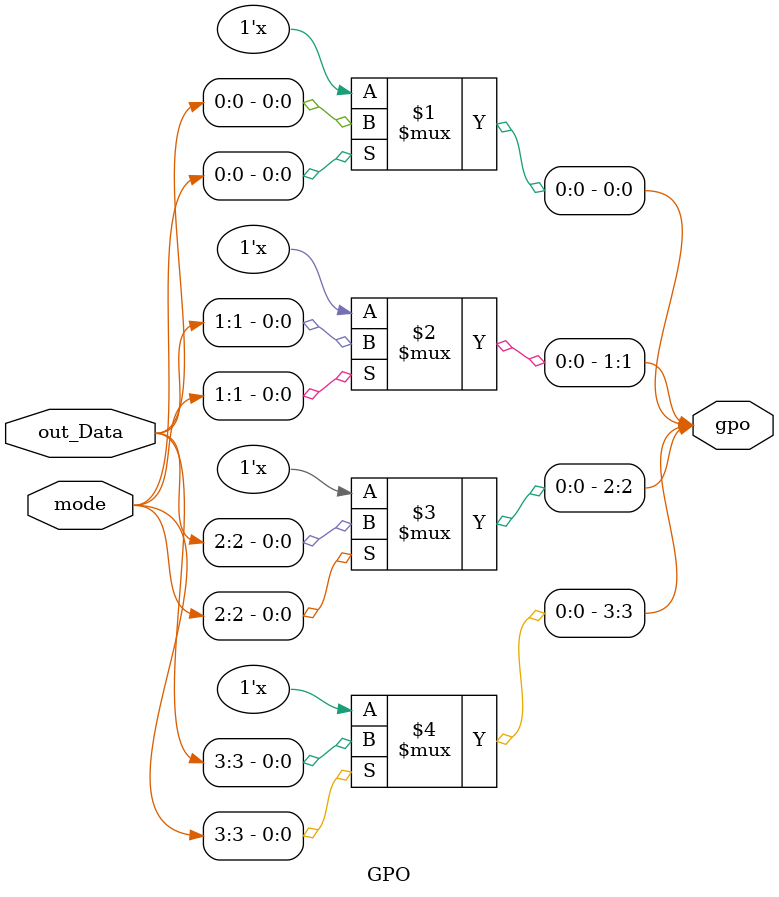
<source format=sv>
`timescale 1ns / 1ps

module APB_GPO (
    input  logic        PCLK,
    input  logic        PRESET,
    input  logic [ 3:0] PADDR,
    input  logic        PWRITE,
    input  logic        PSEL,
    input  logic        PENABLE,
    input  logic [31:0] PWDATA,
    output logic [31:0] PRDATA,
    output logic        PREADY,
    output logic [ 3:0] gpo
);
    logic [3:0] mode;
    logic [3:0] out_Data;

    APB_Slave_GPO_Interface U_APB_GPO_Intf (.*);

    GPO U_GPO (.*);

endmodule

module APB_Slave_GPO_Interface (
    // global signals
    input  logic        PCLK,
    input  logic        PRESET,
    // APB Interface Signals
    input  logic [ 3:0] PADDR,
    input  logic        PWRITE,
    input  logic        PSEL,
    input  logic        PENABLE,
    input  logic [31:0] PWDATA,
    output logic [31:0] PRDATA,
    output logic        PREADY,
    output logic [ 3:0] mode,
    output logic [ 3:0] out_Data
);

    logic [31:0] slv_reg0, slv_reg1, slv_reg2, slv_reg3;

    assign mode = slv_reg0[3:0];
    assign out_Data = slv_reg1[3:0];

    always_ff @(posedge PCLK, posedge PRESET) begin
        if (PRESET) begin
            slv_reg0 <= 0;
            slv_reg1 <= 0;
            // slv_reg2 <= 0;
            // slv_reg3 <= 0;
        end else begin
            PREADY <= 1'b0;
            if (PSEL & PENABLE) begin
                PREADY <= 1'b1;
                if (PWRITE) begin
                    case (PADDR[2])
                        1'b0: slv_reg0 <= PWDATA;
                        1'b1: slv_reg1 <= PWDATA;
                        // 2'd2: slv_reg2 <= PWDATA;
                        // 2'd3: slv_reg3 <= PWDATA;
                    endcase
                end else begin
                    case (PADDR[2])
                        1'd0: PRDATA <= slv_reg0;
                        1'd1: PRDATA <= slv_reg1;
                        // 2'd2: PRDATA <= slv_reg2;
                        // 2'd3: PRDATA <= slv_reg3;
                    endcase

                end
            end
        end
    end
endmodule

module GPO (
    input  logic [3:0] mode,
    input  logic [3:0] out_Data,
    output logic [3:0] gpo
);
    genvar i;
    generate  //조합회로일 경우에 사용가능
        for (i = 0; i < 4; i++) begin
            assign gpo[i] = mode[i] ? out_Data[i] : 1'bz;
        end
    endgenerate

endmodule

</source>
